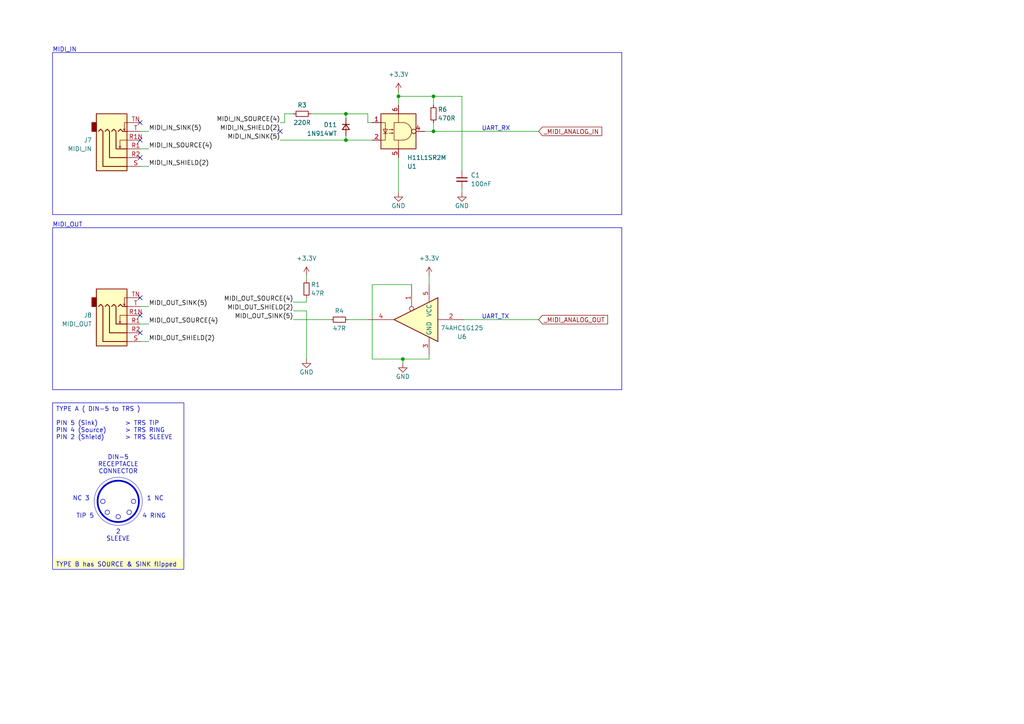
<source format=kicad_sch>
(kicad_sch (version 20231120) (generator "eeschema") (generator_version "8.0")
  (paper "A4")
  (lib_symbols
    (symbol "74AHC1G125_1"
      (property "Reference" "U" (at -2.54 3.81 0))
      (property "Value" "74AHC1G125" (at 0 -3.81 0))
      (symbol "74AHC1G125_1_0_1"
        (polyline (pts (xy -7.62 6.35) (xy -7.62 -6.35) (xy 5.08 0) (xy -7.62 6.35)) (stroke (width 0.254)) (fill (type background)))
      )
      (symbol "74AHC1G125_1_1_1"
        (pin input inverted (at 0 10.16 270) (length 7.62) (name "~") (number "1"))
        (pin input line (at -15.24 0 0) (length 7.62) (name "~") (number "2"))
        (pin power_in line (at -5.08 -10.16 90) (length 5.08) (name "GND") (number "3"))
        (pin tri_state line (at 12.7 0 180) (length 7.62) (name "~") (number "4"))
        (pin power_in line (at -5.08 10.16 270) (length 5.08) (name "VCC") (number "5"))
      )
    )
    (symbol "Connector_Audio:AudioJack4_SwitchTR1"
      (property "Reference" "J" (at 0 11.43 0))
      (property "Value" "AudioJack4_SwitchTR1" (at 0 8.89 0))
      (symbol "AudioJack4_SwitchTR1_0_1"
        (rectangle (start -7.62 -5.08) (end -8.89 -7.62) (stroke (width 0.254)) (fill (type outline)))
        (polyline (pts (xy 1.27 -5.08) (xy 2.54 -5.08)))
        (polyline (pts (xy 1.27 2.54) (xy 2.54 2.54)))
        (polyline (pts (xy 2.54 0) (xy 1.27 0)))
        (polyline (pts (xy 2.54 5.08) (xy 1.27 5.08)))
        (rectangle (start 1.27 6.35) (end -7.62 -10.16) (stroke (width 0.254)) (fill (type background)))
      )
      (symbol "AudioJack4_SwitchTR1_1_1"
        (polyline (pts (xy -0.762 -0.254) (xy -0.508 -0.762)))
        (polyline (pts (xy 0.508 -5.334) (xy 0.762 -5.842)))
        (polyline (pts (xy -1.27 -5.08) (xy -0.635 -5.715) (xy 0 -5.08) (xy 1.27 -5.08)) (stroke (width 0.254)))
        (polyline (pts (xy 2.54 -7.62) (xy 0.508 -7.62) (xy 0.508 -5.334) (xy 0.254 -5.842)))
        (polyline (pts (xy 2.54 -2.54) (xy -0.762 -2.54) (xy -0.762 -0.254) (xy -1.016 -0.762)))
        (polyline (pts (xy -3.175 -5.08) (xy -2.54 -5.715) (xy -1.905 -5.08) (xy -1.905 0) (xy 1.27 0)) (stroke (width 0.254)))
        (polyline (pts (xy 1.27 2.54) (xy -3.81 2.54) (xy -3.81 -5.08) (xy -4.445 -5.715) (xy -5.08 -5.08)) (stroke (width 0.254)))
        (polyline (pts (xy 1.27 5.08) (xy -5.715 5.08) (xy -5.715 -5.08) (xy -6.35 -5.715) (xy -6.985 -5.08)) (stroke (width 0.254)))
        (pin passive line (at 5.08 0 180) (length 2.54) (name "~") (number "R1"))
        (pin passive line (at 5.08 -2.54 180) (length 2.54) (name "~") (number "R1N"))
        (pin passive line (at 5.08 2.54 180) (length 2.54) (name "~") (number "R2"))
        (pin passive line (at 5.08 5.08 180) (length 2.54) (name "~") (number "S"))
        (pin passive line (at 5.08 -5.08 180) (length 2.54) (name "~") (number "T"))
        (pin passive line (at 5.08 -7.62 180) (length 2.54) (name "~") (number "TN"))
      )
    )
    (symbol "Device:C_Small" (pin_numbers hide) (pin_names (offset 0.254) hide)
      (property "Reference" "C" (at 0.254 1.778 0))
      (property "Value" "C_Small" (at 0.254 -2.032 0))
      (symbol "C_Small_0_1"
        (polyline (pts (xy -1.524 -0.508) (xy 1.524 -0.508)) (stroke (width 0.3302)))
        (polyline (pts (xy -1.524 0.508) (xy 1.524 0.508)) (stroke (width 0.3048)))
      )
      (symbol "C_Small_1_1"
        (pin passive line (at 0 2.54 270) (length 2.032) (name "~") (number "1"))
        (pin passive line (at 0 -2.54 90) (length 2.032) (name "~") (number "2"))
      )
    )
    (symbol "Device:D_Small" (pin_numbers hide) (pin_names (offset 0.254) hide)
      (property "Reference" "D" (at -1.27 2.032 0))
      (property "Value" "D_Small" (at -3.81 -2.032 0))
      (symbol "D_Small_0_1"
        (polyline (pts (xy -0.762 -1.016) (xy -0.762 1.016)) (stroke (width 0.254)))
        (polyline (pts (xy -0.762 0) (xy 0.762 0)))
        (polyline (pts (xy 0.762 -1.016) (xy -0.762 0) (xy 0.762 1.016) (xy 0.762 -1.016)) (stroke (width 0.254)))
      )
      (symbol "D_Small_1_1"
        (pin passive line (at -2.54 0 0) (length 1.778) (name "K") (number "1"))
        (pin passive line (at 2.54 0 180) (length 1.778) (name "A") (number "2"))
      )
    )
    (symbol "Device:R_Small" (pin_numbers hide) (pin_names (offset 0.254) hide)
      (property "Reference" "R" (at 0.762 0.508 0))
      (property "Value" "R_Small" (at 0.762 -1.016 0))
      (symbol "R_Small_0_1"
        (rectangle (start -0.762 1.778) (end 0.762 -1.778) (stroke (width 0.2032)))
      )
      (symbol "R_Small_1_1"
        (pin passive line (at 0 2.54 270) (length 0.762) (name "~") (number "1"))
        (pin passive line (at 0 -2.54 90) (length 0.762) (name "~") (number "2"))
      )
    )
    (symbol "Isolator:H11L1" (pin_names (offset 1.016))
      (property "Reference" "U" (at 1.27 8.89 0))
      (property "Value" "H11L1" (at 1.27 6.35 0))
      (symbol "H11L1_0_1"
        (rectangle (start -5.08 5.08) (end 5.08 -5.08) (stroke (width 0.254)) (fill (type background)))
        (polyline (pts (xy -4.445 -0.635) (xy -3.175 -0.635)))
        (polyline (pts (xy 0 2.54) (xy 0 5.08)))
        (polyline (pts (xy 0 -2.54) (xy 0 -5.08) (xy 0 -3.81)))
        (polyline (pts (xy -5.08 -2.54) (xy -3.81 -2.54) (xy -3.81 2.54) (xy -5.08 2.54)))
        (polyline (pts (xy -3.81 -0.635) (xy -4.445 0.635) (xy -3.175 0.635) (xy -3.81 -0.635)))
        (polyline (pts (xy 1.27 -2.54) (xy -1.27 -2.54) (xy -1.27 2.54) (xy 1.27 2.54)))
        (polyline (pts (xy -2.794 -0.508) (xy -1.524 -0.508) (xy -1.905 -0.635) (xy -1.905 -0.381) (xy -1.524 -0.508)))
        (polyline (pts (xy -2.794 0.508) (xy -1.524 0.508) (xy -1.905 0.381) (xy -1.905 0.635) (xy -1.524 0.508)))
        (arc (start 1.27 -2.54) (mid 3.799 0) (end 1.27 2.54))
      )
      (symbol "H11L1_1_1"
        (pin passive line (at -7.62 2.54 0) (length 2.54) (name "~") (number "1"))
        (pin passive line (at -7.62 -2.54 0) (length 2.54) (name "~") (number "2"))
        (pin no_connect line (at -5.08 0 0) (length 2.54) hide (name "~") (number "3"))
        (pin output inverted (at 7.62 0 180) (length 3.81) (name "~") (number "4"))
        (pin power_in line (at 0 -7.62 90) (length 2.54) (name "~") (number "5"))
        (pin power_in line (at 0 7.62 270) (length 2.54) (name "~") (number "6"))
      )
    )
    (symbol "power:+3.3V" (power) (pin_names (offset 0))
      (property "Value" "+3.3V" (at 0 3.556 0))
      (symbol "+3.3V_0_1"
        (polyline (pts (xy -0.762 1.27) (xy 0 2.54)))
        (polyline (pts (xy 0 0) (xy 0 2.54)))
        (polyline (pts (xy 0 2.54) (xy 0.762 1.27)))
      )
      (symbol "+3.3V_1_1"
        (pin power_in line (at 0 0 90) (length 0) hide (name "+3.3V") (number "1"))
      )
    )
    (symbol "power:GND" (power) (pin_names (offset 0))
      (property "Value" "GND" (at 0 -3.81 0))
      (symbol "GND_0_1"
        (polyline (pts (xy 0 0) (xy 0 -1.27) (xy 1.27 -1.27) (xy 0 -2.54) (xy -1.27 -1.27) (xy 0 -1.27)))
      )
      (symbol "GND_1_1"
        (pin power_in line (at 0 0 270) (length 0) hide (name "GND") (number "1"))
      )
    )
  )
  (junction (at 116.84 104.14))
  (junction (at 115.57 27.94))
  (junction (at 100.33 33.02))
  (junction (at 125.73 38.1))
  (junction (at 100.33 40.64))
  (junction (at 125.73 27.94))
  (no_connect (at 40.64 86.36))
  (no_connect (at 40.64 96.52))
  (no_connect (at 40.64 35.56))
  (no_connect (at 40.64 40.64))
  (no_connect (at 40.64 91.44))
  (no_connect (at 40.64 45.72))
  (no_connect (at 81.28 38.1))
  (wire (pts (xy 116.84 104.14) (xy 124.46 104.14)))
  (wire (pts (xy 100.33 33.02) (xy 100.33 34.29)))
  (wire (pts (xy 115.57 27.94) (xy 115.57 30.48)))
  (wire (pts (xy 100.965 92.71) (xy 106.68 92.71)))
  (wire (pts (xy 133.985 27.94) (xy 133.985 49.53)))
  (wire (pts (xy 116.84 104.14) (xy 116.84 105.41)))
  (wire (pts (xy 82.55 35.56) (xy 81.28 35.56)))
  (wire (pts (xy 106.68 35.56) (xy 107.95 35.56)))
  (wire (pts (xy 88.9 90.17) (xy 88.9 104.14)))
  (wire (pts (xy 125.73 35.56) (xy 125.73 38.1)))
  (wire (pts (xy 90.17 33.02) (xy 100.33 33.02)))
  (wire (pts (xy 125.73 38.1) (xy 156.21 38.1)))
  (wire (pts (xy 100.33 33.02) (xy 106.68 33.02)))
  (wire (pts (xy 124.46 102.87) (xy 124.46 104.14)))
  (wire (pts (xy 82.55 35.56) (xy 82.55 33.02)))
  (wire (pts (xy 115.57 27.94) (xy 125.73 27.94)))
  (wire (pts (xy 134.62 92.71) (xy 156.21 92.71)))
  (wire (pts (xy 123.19 38.1) (xy 125.73 38.1)))
  (wire (pts (xy 85.09 90.17) (xy 88.9 90.17)))
  (wire (pts (xy 40.64 99.06) (xy 43.18 99.06)))
  (wire (pts (xy 100.33 40.64) (xy 107.95 40.64)))
  (wire (pts (xy 40.64 93.98) (xy 43.18 93.98)))
  (wire (pts (xy 133.985 27.94) (xy 125.73 27.94)))
  (wire (pts (xy 81.28 40.64) (xy 100.33 40.64)))
  (wire (pts (xy 100.33 39.37) (xy 100.33 40.64)))
  (wire (pts (xy 88.9 86.36) (xy 88.9 87.63)))
  (wire (pts (xy 106.68 33.02) (xy 106.68 35.56)))
  (wire (pts (xy 124.46 80.01) (xy 124.46 82.55)))
  (wire (pts (xy 40.64 48.26) (xy 43.18 48.26)))
  (wire (pts (xy 115.57 26.67) (xy 115.57 27.94)))
  (wire (pts (xy 85.09 92.71) (xy 95.885 92.71)))
  (wire (pts (xy 88.9 80.01) (xy 88.9 81.28)))
  (wire (pts (xy 125.73 30.48) (xy 125.73 27.94)))
  (wire (pts (xy 119.38 82.55) (xy 107.95 82.55)))
  (wire (pts (xy 85.09 87.63) (xy 88.9 87.63)))
  (wire (pts (xy 115.57 45.72) (xy 115.57 55.88)))
  (wire (pts (xy 40.64 38.1) (xy 43.18 38.1)))
  (wire (pts (xy 82.55 33.02) (xy 85.09 33.02)))
  (wire (pts (xy 107.95 82.55) (xy 107.95 104.14)))
  (wire (pts (xy 133.985 54.61) (xy 133.985 55.88)))
  (wire (pts (xy 40.64 88.9) (xy 43.18 88.9)))
  (wire (pts (xy 107.95 104.14) (xy 116.84 104.14)))
  (wire (pts (xy 40.64 43.18) (xy 43.18 43.18)))
  (rectangle (start 15.24 15.24) (end 180.34 62.23))
  (circle (center 37.465 148.59) (radius 0.635) (fill (type color)))
  (circle (center 34.29 149.86) (radius 0.635) (fill (type color)))
  (circle (center 38.735 145.415) (radius 0.635) (fill (type color)))
  (circle (center 34.29 145.415) (radius 6.985) (stroke (width 0.1)))
  (rectangle (start 15.24 66.04) (end 180.34 113.03))
  (circle (center 34.29 145.415) (radius 5.9906) (stroke (width 0.5)))
  (circle (center 31.115 148.59) (radius 0.635) (fill (type color)))
  (rectangle (start 33.02 139.7) (end 35.56 140.97) (stroke (width -0.0001)) (fill (type color)))
  (circle (center 29.845 145.415) (radius 0.635) (fill (type color)))
  (text_box "TYPE B has SOURCE & SINK flipped" (at 15.24 161.925 0) (size 38.1 3.175) (stroke (width -0.0001)) (fill (type color) (color 255 255 194 1)) (effects (font (size 1.27 1.27)) (justify left top)))
  (text_box "2\nSLEEVE" (at 27.94 152.4 0) (size 12.7 5.08) (stroke (width -0.0001)) (effects (font (size 1.27 1.27)) (justify top)))
  (text_box "DIN-5\nRECEPTACLE\nCONNECTOR" (at 27.94 130.81 0) (size 12.7 6.985) (stroke (width -0.0001)) (effects (font (size 1.27 1.27)) (justify top)))
  (text_box "TYPE A ( DIN-5 to TRS )\n\nPIN 5 (Sink)	> TRS TIP\nPIN 4 (Source)	> TRS RING\nPIN 2 (Shield)	> TRS SLEEVE\n" (at 15.24 116.84 0) (size 38.1 48.26) (effects (font (size 1.27 1.27)) (justify left top)))
  (text "UART_RX" (at 139.7 38.1 0) (effects (font (size 1.27 1.27)) (justify left bottom)))
  (text "NC 3" (at 26.035 145.415 0) (effects (font (size 1.27 1.27)) (justify right bottom)))
  (text "MIDI_OUT" (at 15.24 66.04 0) (effects (font (size 1.27 1.27)) (justify left bottom)))
  (text "TIP 5" (at 27.305 150.495 0) (effects (font (size 1.27 1.27)) (justify right bottom)))
  (text "UART_TX" (at 139.7 92.71 0) (effects (font (size 1.27 1.27)) (justify left bottom)))
  (text "MIDI_IN" (at 15.24 15.24 0) (effects (font (size 1.27 1.27)) (justify left bottom)))
  (text "4 RING" (at 41.275 150.495 0) (effects (font (size 1.27 1.27)) (justify left bottom)))
  (text "1 NC" (at 42.545 145.415 0) (effects (font (size 1.27 1.27)) (justify left bottom)))
  (label "MIDI_IN_SOURCE(4)" (at 81.28 35.56 180))
  (label "MIDI_IN_SINK(5)" (at 81.28 40.64 180))
  (label "MIDI_IN_SINK(5)" (at 43.18 38.1 0))
  (label "MIDI_IN_SOURCE(4)" (at 43.18 43.18 0))
  (label "MIDI_OUT_SINK(5)" (at 85.09 92.71 180))
  (label "MIDI_OUT_SOURCE(4)" (at 43.18 93.98 0))
  (label "MIDI_OUT_SINK(5)" (at 43.18 88.9 0))
  (label "MIDI_IN_SHIELD(2)" (at 43.18 48.26 0))
  (label "MIDI_IN_SHIELD(2)" (at 81.28 38.1 180))
  (label "MIDI_OUT_SHIELD(2)" (at 85.09 90.17 180))
  (label "MIDI_OUT_SHIELD(2)" (at 43.18 99.06 0))
  (label "MIDI_OUT_SOURCE(4)" (at 85.09 87.63 180))
  (global_label "_MIDI_ANALOG_OUT" (shape input) (at 156.21 92.71 0) (property "Intersheetrefs" "${INTERSHEET_REFS}" (effects (hide yes))))
  (global_label "_MIDI_ANALOG_IN" (shape input) (at 156.21 38.1 0) (property "Intersheetrefs" "${INTERSHEET_REFS}" (effects (hide yes))))
  (symbol (lib_id "Device:R_Small") (at 98.425 92.71 90) (unit 1)
    (property "Reference" "R4" (at 98.425 90.17 90))
    (property "Value" "47R" (at 98.425 95.25 90))
    (property "Footprint" "Resistor_SMD:R_0805_2012Metric" (effects (hide yes)))
    (property "Description" "125mW" (effects (hide yes)))
    (property "JLCPCB" "C328398" (effects (hide yes)))
    (instances (project "KLST_OCTOPUS" (path "" (reference "R4") (unit 1))) (project "KLST_CATERPILLAR" (path "" (reference "R41") (unit 1))))
  )
  (symbol (lib_id "Connector_Audio:AudioJack4_SwitchTR1") (at 35.56 93.98 0) (mirror x) (unit 1)
    (property "Reference" "J8" (at 26.67 91.44 0) (effects (justify right)))
    (property "Value" "MIDI_OUT" (at 26.67 93.98 0) (effects (justify right)))
    (property "Footprint" "PJ-316A-6A:PJ-316A-6A" (effects (hide yes)))
    (property "Datasheet" "https://datasheet.lcsc.com/szlcsc/1810121710_Korean-Hroparts-Elec-PJ-316A-6A_C128987.pdf" (effects (hide yes)))
    (property "JLCPCB" "C128987" (effects (hide yes)))
  )
  (symbol (lib_id "power:+3.3V") (at 115.57 26.67 0) (unit 1)
    (property "Reference" "#PWR063" (effects (hide yes)))
    (property "Value" "+3.3V" (at 115.57 21.59 0))
  )
  (symbol (lib_id "Device:C_Small") (at 133.985 52.07 0) (unit 1)
    (property "Reference" "C1" (at 136.525 50.8062 0) (effects (justify left)))
    (property "Value" "100nF" (at 136.525 53.3462 0) (effects (justify left)))
    (property "Footprint" "Capacitor_SMD:C_0402_1005Metric" (effects (hide yes)))
    (property "Description" "16V" (effects (hide yes)))
    (property "JLCPCB" "C1525" (effects (hide yes)))
    (instances (project "KLST_OCTOPUS" (path "" (reference "C1") (unit 1))) (project "KLST_CATERPILLAR" (path "" (reference "C45") (unit 1))))
  )
  (symbol (lib_id "Device:R_Small") (at 88.9 83.82 0) (unit 1)
    (property "Reference" "R1" (at 90.17 82.55 0) (effects (justify left)))
    (property "Value" "47R" (at 90.17 85.09 0) (effects (justify left)))
    (property "Footprint" "Resistor_SMD:R_0805_2012Metric" (effects (hide yes)))
    (property "Description" "125mW" (effects (hide yes)))
    (property "JLCPCB" "C328398" (effects (hide yes)))
    (instances (project "KLST_OCTOPUS" (path "" (reference "R1") (unit 1))) (project "KLST_CATERPILLAR" (path "" (reference "R40") (unit 1))))
  )
  (symbol (lib_id "Device:R_Small") (at 87.63 33.02 90) (unit 1)
    (property "Reference" "R3" (at 87.63 30.48 90))
    (property "Value" "220R" (at 87.63 35.56 90))
    (property "Footprint" "Resistor_SMD:R_0805_2012Metric" (effects (hide yes)))
    (property "Description" "130mW" (effects (hide yes)))
    (property "JLCPCB" "C479094" (effects (hide yes)))
    (instances (project "KLST_OCTOPUS" (path "" (reference "R3") (unit 1))) (project "KLST_CATERPILLAR" (path "" (reference "R39") (unit 1))))
  )
  (symbol (lib_id "Isolator:H11L1") (at 115.57 38.1 0) (unit 1)
    (property "Reference" "U1" (at 118.11 48.26 0) (effects (justify left)))
    (property "Value" "H11L1SR2M" (at 118.11 45.72 0) (effects (justify left)))
    (property "Footprint" "Package_DIP:SMDIP-6_W9.53mm" (effects (hide yes)))
    (property "Datasheet" "https://www.onsemi.com/pub/Collateral/H11L3M-D.PDF" (effects (hide yes)))
    (property "JLCPCB" "C20082" (effects (hide yes)))
    (instances (project "KLST_OCTOPUS" (path "" (reference "U1") (unit 1))) (project "KLST_CATERPILLAR" (path "" (reference "U5") (unit 1))))
  )
  (symbol (lib_id "Connector_Audio:AudioJack4_SwitchTR1") (at 35.56 43.18 0) (mirror x) (unit 1)
    (property "Reference" "J7" (at 26.67 40.64 0) (effects (justify right)))
    (property "Value" "MIDI_IN" (at 26.67 43.18 0) (effects (justify right)))
    (property "Footprint" "PJ-316A-6A:PJ-316A-6A" (effects (hide yes)))
    (property "Datasheet" "https://datasheet.lcsc.com/szlcsc/1810121710_Korean-Hroparts-Elec-PJ-316A-6A_C128987.pdf" (effects (hide yes)))
    (property "JLCPCB" "C128987" (effects (hide yes)))
  )
  (symbol (lib_id "power:GND") (at 133.985 55.88 0) (unit 1)
    (property "Reference" "#PWR012" (effects (hide yes)))
    (property "Value" "GND" (at 133.985 59.69 0))
    (instances (project "KLST_OCTOPUS" (path "" (reference "#PWR012") (unit 1))) (project "KLST_CATERPILLAR" (path "" (reference "#PWR067") (unit 1))))
  )
  (symbol (lib_id "power:GND") (at 116.84 105.41 0) (mirror y) (unit 1)
    (property "Reference" "#PWR09" (effects (hide yes)))
    (property "Value" "GND" (at 116.84 109.22 0))
    (instances (project "KLST_OCTOPUS" (path "" (reference "#PWR09") (unit 1))) (project "KLST_CATERPILLAR" (path "" (reference "#PWR065") (unit 1))))
  )
  (symbol (lib_id "power:+3.3V") (at 88.9 80.01 0) (unit 1)
    (property "Reference" "#PWR061" (effects (hide yes)))
    (property "Value" "+3.3V" (at 88.9 74.93 0))
  )
  (symbol (lib_id "power:+3.3V") (at 124.46 80.01 0) (unit 1)
    (property "Reference" "#PWR066" (effects (hide yes)))
    (property "Value" "+3.3V" (at 124.46 74.93 0))
  )
  (symbol (lib_id "power:GND") (at 115.57 55.88 0) (unit 1)
    (property "Reference" "#PWR06" (effects (hide yes)))
    (property "Value" "GND" (at 115.57 59.69 0))
    (instances (project "KLST_OCTOPUS" (path "" (reference "#PWR06") (unit 1))) (project "KLST_CATERPILLAR" (path "" (reference "#PWR064") (unit 1))))
  )
  (symbol (lib_id "Device:R_Small") (at 125.73 33.02 0) (unit 1)
    (property "Reference" "R6" (at 127 31.75 0) (effects (justify left)))
    (property "Value" "470R" (at 127 34.29 0) (effects (justify left)))
    (property "Footprint" "Resistor_SMD:R_0805_2012Metric" (effects (hide yes)))
    (property "Description" "125mW" (effects (hide yes)))
    (property "JLCPCB" "C17710" (effects (hide yes)))
    (instances (project "KLST_OCTOPUS" (path "" (reference "R6") (unit 1))) (project "KLST_CATERPILLAR" (path "" (reference "R42") (unit 1))))
  )
  (symbol (lib_id "power:GND") (at 88.9 104.14 0) (unit 1)
    (property "Reference" "#PWR01" (effects (hide yes)))
    (property "Value" "GND" (at 88.9 107.95 0))
    (instances (project "KLST_OCTOPUS" (path "" (reference "#PWR01") (unit 1))) (project "KLST_CATERPILLAR" (path "" (reference "#PWR062") (unit 1))))
  )
  (symbol (lib_name "74AHC1G125_1") (lib_id "74xGxx:74AHC1G125") (at 119.38 92.71 0) (mirror y) (unit 1)
    (property "Reference" "U6" (at 133.985 97.6631 0))
    (property "Value" "74AHC1G125" (at 133.985 95.1231 0))
    (property "Footprint" "Package_TO_SOT_SMD:SOT-353_SC-70-5" (effects (hide yes)))
    (property "Datasheet" "http://www.ti.com/lit/sg/scyt129e/scyt129e.pdf" (effects (hide yes)))
    (property "JLCPCB" "C151890" (effects (hide yes)))
  )
  (symbol (lib_id "Device:D_Small") (at 100.33 36.83 270) (unit 1)
    (property "Reference" "D11" (at 97.79 36.195 90) (effects (justify right)))
    (property "Value" "1N914WT" (at 97.79 38.735 90) (effects (justify right)))
    (property "Footprint" "Diode_SMD:D_SOD-523" (effects (hide yes)))
    (property "JLCPCB" "C896167" (effects (hide yes)))
  )
)
</source>
